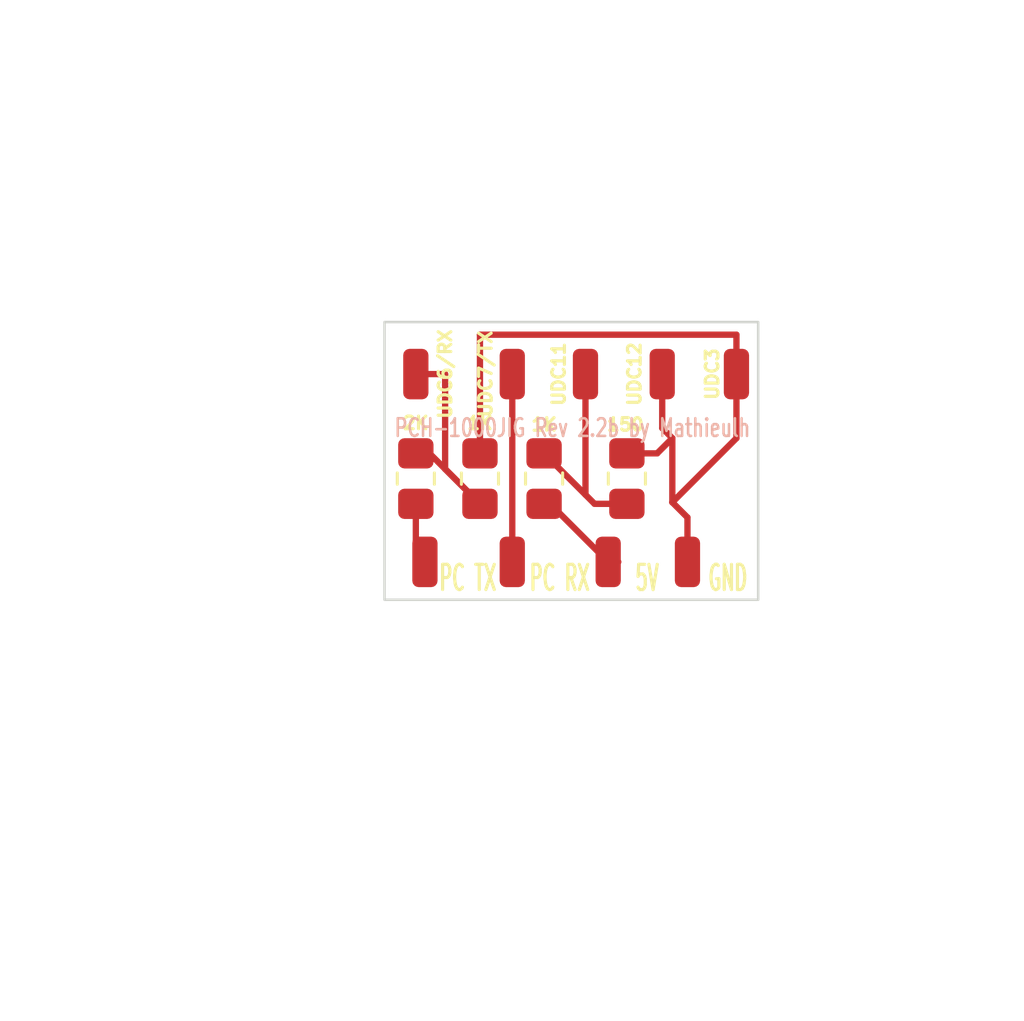
<source format=kicad_pcb>
(kicad_pcb (version 20221018) (generator pcbnew)
  (layers (0 "F.Cu" signal) (31 "B.Cu" signal) (34 "B.Paste" user) (35 "F.Paste" user) (36 "B.SilkS" user "B.Silkscreen") (37 "F.SilkS" user "F.Silkscreen") (38 "B.Mask" user) (39 "F.Mask" user) (44 "Edge.Cuts" user))
  (net 0 "")
  (footprint "Connector_Wire:SolderWirePad_1x01_SMD_1x2mm" (layer "F.Cu") (at 50.4 35.56)
    (fp_text reference "UDC12" (at -1.1 0 90) (layer "F.SilkS") (effects (font (size 0.5 0.5))))
    (fp_text value "SolderWirePad_1x01_SMD_1x2mm")
    (pad "1" smd roundrect (at 0 0) (size 1 2) (layers "F.Cu" "F.Paste" "F.Mask"))
  )
  (footprint "Resistor_SMD:R_0805_2012Metric_Pad1.20x1.40mm_HandSolder" (layer "F.Cu") (at 45.72 39.7 90)
    (fp_text reference "1K" (at 2.14 0) (layer "F.SilkS") (effects (font (size 0.5 0.5))))
    (fp_text value "R_0805_2012Metric_Pad1.20x1.40mm_HandSolder")
    (fp_line (start -0.227064 -0.735) (end 0.227064 -0.735) (stroke (width 0.12)) (layer "F.SilkS"))
    (fp_line (start -0.227064 0.735) (end 0.227064 0.735) (stroke (width 0.12)) (layer "F.SilkS"))
    (pad "1" smd roundrect (at -1 0 90) (size 1.2 1.4) (layers "F.Cu" "F.Paste" "F.Mask") (roundrect_rratio 0.2083333333))
    (pad "2" smd roundrect (at 1 0 90) (size 1.2 1.4) (layers "F.Cu" "F.Paste" "F.Mask") (roundrect_rratio 0.2083333333))
  )
  (footprint "Resistor_SMD:R_0805_2012Metric_Pad1.20x1.40mm_HandSolder" (layer "F.Cu") (at 40.64 39.7 90)
    (fp_text reference "1K" (at 2.2 2.54 180) (layer "F.SilkS") (effects (font (size 0.5 0.5))))
    (fp_text value "R_0805_2012Metric_Pad1.20x1.40mm_HandSolder")
    (fp_line (start -0.227064 -0.735) (end 0.227064 -0.735) (stroke (width 0.12)) (layer "F.SilkS"))
    (fp_line (start -0.227064 0.735) (end 0.227064 0.735) (stroke (width 0.12)) (layer "F.SilkS"))
    (pad "1" smd roundrect (at -1 0 90) (size 1.2 1.4) (layers "F.Cu" "F.Paste" "F.Mask") (roundrect_rratio 0.2083333333))
    (pad "2" smd roundrect (at 1 0 90) (size 1.2 1.4) (layers "F.Cu" "F.Paste" "F.Mask") (roundrect_rratio 0.2083333333))
  )
  (footprint "Resistor_SMD:R_0805_2012Metric_Pad1.20x1.40mm_HandSolder" (layer "F.Cu") (at 49 39.7 90)
    (fp_text reference "150" (at 2.14 -0.06) (layer "F.SilkS") (effects (font (size 0.5 0.5))))
    (fp_text value "R_0805_2012Metric_Pad1.20x1.40mm_HandSolder")
    (fp_line (start -0.227064 -0.735) (end 0.227064 -0.735) (stroke (width 0.12)) (layer "F.SilkS"))
    (fp_line (start -0.227064 0.735) (end 0.227064 0.735) (stroke (width 0.12)) (layer "F.SilkS"))
    (pad "1" smd roundrect (at -1 0 90) (size 1.2 1.4) (layers "F.Cu" "F.Paste" "F.Mask") (roundrect_rratio 0.2083333333))
    (pad "2" smd roundrect (at 1 0 90) (size 1.2 1.4) (layers "F.Cu" "F.Paste" "F.Mask") (roundrect_rratio 0.2083333333))
  )
  (footprint "Connector_Wire:SolderWirePad_1x01_SMD_1x2mm" (layer "F.Cu") (at 47.36 35.56)
    (fp_text reference "UDC11" (at -1.06 0 90) (layer "F.SilkS") (effects (font (size 0.5 0.5))))
    (fp_text value "SolderWirePad_1x01_SMD_1x2mm")
    (pad "1" smd roundrect (at 0 0) (size 1 2) (layers "F.Cu" "F.Paste" "F.Mask"))
  )
  (footprint "Resistor_SMD:R_0805_2012Metric_Pad1.20x1.40mm_HandSolder" (layer "F.Cu") (at 43.18 39.7 90)
    (fp_text reference "2K" (at 2.2 -2.54) (layer "F.SilkS") (effects (font (size 0.5 0.5))))
    (fp_text value "R_0805_2012Metric_Pad1.20x1.40mm_HandSolder")
    (fp_line (start -0.227064 -0.735) (end 0.227064 -0.735) (stroke (width 0.12)) (layer "F.SilkS"))
    (fp_line (start -0.227064 0.735) (end 0.227064 0.735) (stroke (width 0.12)) (layer "F.SilkS"))
    (pad "1" smd roundrect (at -1 0 90) (size 1.2 1.4) (layers "F.Cu" "F.Paste" "F.Mask") (roundrect_rratio 0.2083333333))
    (pad "2" smd roundrect (at 1 0 90) (size 1.2 1.4) (layers "F.Cu" "F.Paste" "F.Mask") (roundrect_rratio 0.2083333333))
  )
  (footprint "Connector_Wire:SolderWirePad_1x01_SMD_1x2mm" (layer "F.Cu") (at 48.26 43)
    (fp_text reference "5V" (at 1.54 0.64) (layer "F.SilkS") (effects (font (size 1 0.5))))
    (fp_text value "SolderWirePad_1x01_SMD_1x2mm")
    (pad "1" smd roundrect (at 0 0) (size 1 2) (layers "F.Cu" "F.Paste" "F.Mask"))
  )
  (footprint "Connector_Wire:SolderWirePad_1x01_SMD_1x2mm" (layer "F.Cu") (at 44.46 35.56)
    (fp_text reference "UDC7/TX" (at -1.06 0 90) (layer "F.SilkS") (effects (font (size 0.5 0.5))))
    (fp_text value "SolderWirePad_1x01_SMD_1x2mm")
    (pad "1" smd roundrect (at 0 0) (size 1 2) (layers "F.Cu" "F.Paste" "F.Mask"))
  )
  (footprint "Connector_Wire:SolderWirePad_1x01_SMD_1x2mm" (layer "F.Cu") (at 44.46 43)
    (fp_text reference "PC RX" (at 1.88 0.64) (layer "F.SilkS") (effects (font (size 1 0.5))))
    (fp_text value "SolderWirePad_1x01_SMD_1x2mm")
    (pad "1" smd roundrect (at 0 0) (size 1 2) (layers "F.Cu" "F.Paste" "F.Mask"))
  )
  (footprint "Connector_Wire:SolderWirePad_1x01_SMD_1x2mm" (layer "F.Cu") (at 51.4 43)
    (fp_text reference "GND" (at 1.6 0.64) (layer "F.SilkS") (effects (font (size 1 0.5))))
    (fp_text value "SolderWirePad_1x01_SMD_1x2mm")
    (pad "1" smd roundrect (at 0 0) (size 1 2) (layers "F.Cu" "F.Paste" "F.Mask"))
  )
  (footprint "Connector_Wire:SolderWirePad_1x01_SMD_1x2mm" (layer "F.Cu") (at 40.64 35.56)
    (fp_text reference "UDC6/RX" (at 1.16 0 90) (layer "F.SilkS") (effects (font (size 0.5 0.5))))
    (fp_text value "SolderWirePad_1x01_SMD_1x2mm")
    (pad "1" smd roundrect (at 0 0) (size 1 2) (layers "F.Cu" "F.Paste" "F.Mask"))
  )
  (footprint "Connector_Wire:SolderWirePad_1x01_SMD_1x2mm" (layer "F.Cu") (at 53.34 35.56)
    (fp_text reference "UDC3" (at -0.96 0 90) (layer "F.SilkS") (effects (font (size 0.5 0.5))))
    (fp_text value "SolderWirePad_1x01_SMD_1x2mm")
    (pad "1" smd roundrect (at 0 0) (size 1 2) (layers "F.Cu" "F.Paste" "F.Mask"))
  )
  (footprint "Connector_Wire:SolderWirePad_1x01_SMD_1x2mm" (layer "F.Cu") (at 41 43)
    (fp_text reference "PC TX" (at 1.7 0.64) (layer "F.SilkS") (effects (font (size 1 0.5))))
    (fp_text value "SolderWirePad_1x01_SMD_1x2mm")
    (pad "1" smd roundrect (at 0 0) (size 1 2) (layers "F.Cu" "F.Paste" "F.Mask"))
  )
  (gr_rect (start 39.4 33.5) (end 54.2 44.5) (stroke (width 0.1)) (fill none) (layer "Edge.Cuts"))
  (gr_text "PCH-1000JIG Rev 2.2b by Mathieulh" (at 39.74 38.1) (layer "B.SilkS") (effects (font (size 0.7 0.5) (thickness 0.1) bold) (justify left bottom)))
  (segment (start 51.4 43) (end 51.4 41.24) (width 0.25) (layer "F.Cu") (net 0))
  (segment (start 47.36 35.56) (end 47.36 40.34) (width 0.25) (layer "F.Cu") (net 0))
  (segment (start 49 40.7) (end 47.72 40.7) (width 0.25) (layer "F.Cu") (net 0))
  (segment (start 50.8 40.64) (end 53.34 38.1) (width 0.25) (layer "F.Cu") (net 0))
  (segment (start 40.64 40.7) (end 40.64 42.64) (width 0.25) (layer "F.Cu") (net 0))
  (segment (start 53.34 38.1) (end 53.34 35.56) (width 0.25) (layer "F.Cu") (net 0))
  (segment (start 40.64 38.7) (end 40.64 39.1) (width 0.25) (layer "F.Cu") (net 0))
  (segment (start 41 43.18) (end 40.64 43.18) (width 0) (layer "F.Cu") (net 0))
  (segment (start 41.8 35.56) (end 41.8 39.32) (width 0.25) (layer "F.Cu") (net 0))
  (segment (start 45.72 40.7) (end 45.96 40.7) (width 0) (layer "F.Cu") (net 0))
  (segment (start 50.8 38.1) (end 50.8 40.64) (width 0.25) (layer "F.Cu") (net 0))
  (segment (start 41 43) (end 40.46 43) (width 0) (layer "F.Cu") (net 0))
  (segment (start 40.64 42.64) (end 41 43) (width 0.25) (layer "F.Cu") (net 0))
  (segment (start 45.96 40.7) (end 48.26 43) (width 0.25) (layer "F.Cu") (net 0))
  (segment (start 50.4 37.7) (end 50.8 38.1) (width 0.25) (layer "F.Cu") (net 0))
  (segment (start 50.2 38.7) (end 50.8 38.1) (width 0.25) (layer "F.Cu") (net 0))
  (segment (start 41 40.86) (end 40.64 40.5) (width 0) (layer "F.Cu") (net 0))
  (segment (start 40.64 38.7) (end 41.18 38.7) (width 0.25) (layer "F.Cu") (net 0))
  (segment (start 41.8 39.32) (end 43.15 40.67) (width 0.25) (layer "F.Cu") (net 0))
  (segment (start 51.4 41.24) (end 50.8 40.64) (width 0.25) (layer "F.Cu") (net 0))
  (segment (start 40.64 35.56) (end 41.8 35.56) (width 0.25) (layer "F.Cu") (net 0))
  (segment (start 50.4 35.56) (end 50.4 37.7) (width 0.25) (layer "F.Cu") (net 0))
  (segment (start 53.34 34) (end 53.34 35.56) (width 0.25) (layer "F.Cu") (net 0))
  (segment (start 49 38.7) (end 50.2 38.7) (width 0.25) (layer "F.Cu") (net 0))
  (segment (start 48.48 43.18) (end 48.66 43) (width 0.25) (layer "F.Cu") (net 0))
  (segment (start 48.26 43) (end 48.26 42.64) (width 0) (layer "F.Cu") (net 0))
  (segment (start 47.72 40.7) (end 45.72 38.7) (width 0.25) (layer "F.Cu") (net 0))
  (segment (start 43.15 40.67) (end 43.18 40.7) (width 0.25) (layer "F.Cu") (net 0))
  (segment (start 43.18 34) (end 53.34 34) (width 0.25) (layer "F.Cu") (net 0))
  (segment (start 43.18 34) (end 43.18 38.7) (width 0.25) (layer "F.Cu") (net 0))
  (segment (start 41.18 38.7) (end 43.15 40.67) (width 0.25) (layer "F.Cu") (net 0))
  (segment (start 44.46 35.56) (end 44.46 43) (width 0.25) (layer "F.Cu") (net 0))
)
</source>
